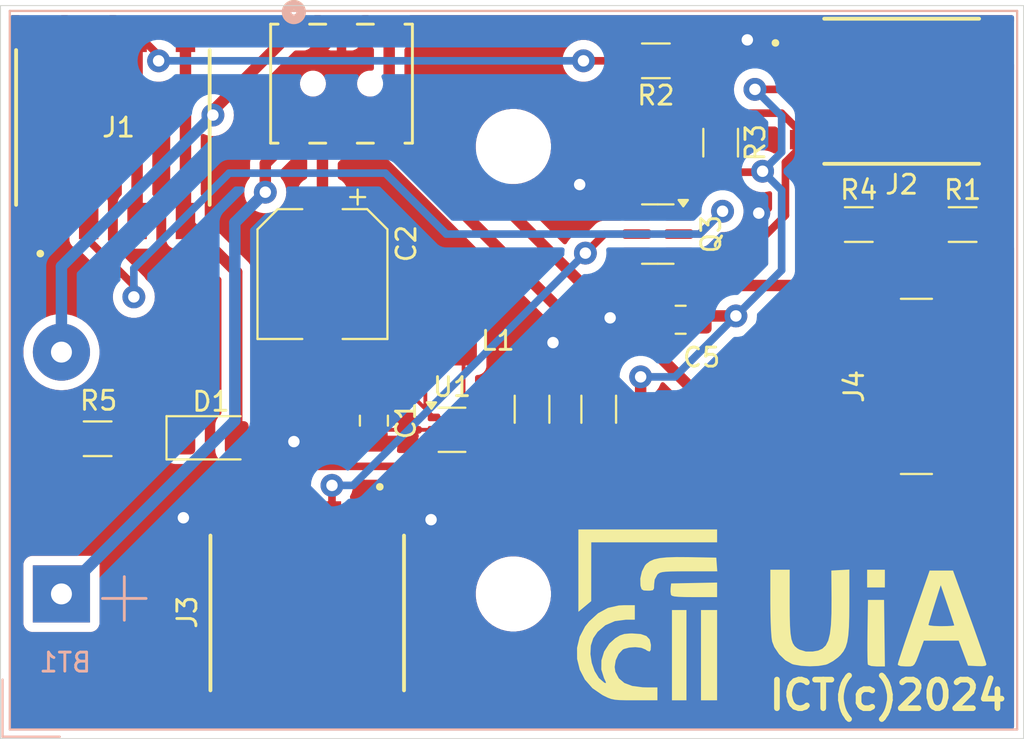
<source format=kicad_pcb>
(kicad_pcb (version 20240108) (generator "pcbnew") (generator_version "8.0")
  (layers (0 "F.Cu" signal) (31 "B.Cu" signal) (34 "B.Paste" user) (35 "F.Paste" user) (36 "B.SilkS" user "B.Silkscreen") (37 "F.SilkS" user "F.Silkscreen") (38 "B.Mask" user) (39 "F.Mask" user) (44 "Edge.Cuts" user))
  (net 0 "")
  (net 1 "Net-(BT1--)")
  (net 2 "Net-(BT1-+)")
  (net 3 "Net-(U1-VIN)")
  (net 4 "Net-(D1-A)")
  (net 5 "Net-(D1-K)")
  (net 6 "Net-(J4-CC1)")
  (net 7 "Net-(J1-02)")
  (net 8 "GNDREF")
  (net 9 "Net-(J4-SHIELD)")
  (net 10 "Net-(J1-03)")
  (net 11 "Net-(J2-03)")
  (net 12 "Net-(J3-02)")
  (net 13 "Net-(U1-SW)")
  (net 14 "Net-(J4-CC2)")
  (net 15 "Net-(J4-VBUS-PadA9)")
  (footprint "Resistor_SMD:R_1206_3216Metric_Pad1.30x1.75mm_HandSolder" (layer "F.Cu") (at 154.6 73 180)
    (property "Reference" "R2" (at 0 -1.82 180) (layer "F.SilkS"))
    (property "Value" "1k")
    (fp_line (start -0.727064 0.91) (end 0.727064 0.91) (stroke (width 0.12)) (layer "F.SilkS"))
    (fp_line (start -0.727064 -0.91) (end 0.727064 -0.91) (stroke (width 0.12)) (layer "F.SilkS"))
    (pad "1" smd roundrect (at -1.55 0 180) (size 1.3 1.75) (layers "F.Cu" "F.Paste" "F.Mask") (roundrect_rratio 0.192308) (net 4 "Net-(D1-A)"))
    (pad "2" smd roundrect (at 1.55 0 180) (size 1.3 1.75) (layers "F.Cu" "F.Paste" "F.Mask") (roundrect_rratio 0.192308) (net 10 "Net-(J1-03)"))
  )
  (footprint "Capacitor_SMD:C_1206_3216Metric_Pad1.33x1.80mm_HandSolder" (layer "F.Cu") (at 148.1 91.3 90)
    (property "Reference" "C3" (hide yes))
    (property "Value" "47µ")
    (fp_line (start -0.711252 -0.91) (end 0.711252 -0.91) (stroke (width 0.12)) (layer "F.SilkS"))
    (fp_line (start -0.711252 0.91) (end 0.711252 0.91) (stroke (width 0.12)) (layer "F.SilkS"))
    (pad "1" smd roundrect (at -1.5625 0 90) (size 1.325 1.8) (layers "F.Cu" "F.Paste" "F.Mask") (roundrect_rratio 0.188679) (net 4 "Net-(D1-A)"))
    (pad "2" smd roundrect (at 1.5625 0 90) (size 1.325 1.8) (layers "F.Cu" "F.Paste" "F.Mask") (roundrect_rratio 0.188679) (net 8 "GNDREF"))
  )
  (footprint "LED_SMD:LED_1206_3216Metric" (layer "F.Cu") (at 131.2 92.8)
    (property "Reference" "D1" (at 0.05 -1.9 0) (layer "F.SilkS"))
    (property "Value" "LED" (hide yes))
    (fp_line (start -2.285 -1.135) (end -2.285 1.135) (stroke (width 0.12)) (layer "F.SilkS"))
    (fp_line (start -2.285 1.135) (end 1.6 1.135) (stroke (width 0.12)) (layer "F.SilkS"))
    (fp_line (start 1.6 -1.135) (end -2.285 -1.135) (stroke (width 0.12)) (layer "F.SilkS"))
    (pad "1" smd roundrect (at -1.4 0) (size 1.25 1.75) (layers "F.Cu" "F.Paste" "F.Mask") (roundrect_rratio 0.2) (net 5 "Net-(D1-K)"))
    (pad "2" smd roundrect (at 1.4 0) (size 1.25 1.75) (layers "F.Cu" "F.Paste" "F.Mask") (roundrect_rratio 0.2) (net 4 "Net-(D1-A)"))
  )
  (footprint "Resistor_SMD:R_1206_3216Metric_Pad1.30x1.75mm_HandSolder" (layer "F.Cu") (at 165.25 81.6)
    (property "Reference" "R4" (at 0 -1.82 0) (layer "F.SilkS"))
    (property "Value" "5.1k")
    (fp_line (start -0.727064 -0.91) (end 0.727064 -0.91) (stroke (width 0.12)) (layer "F.SilkS"))
    (fp_line (start -0.727064 0.91) (end 0.727064 0.91) (stroke (width 0.12)) (layer "F.SilkS"))
    (pad "1" smd roundrect (at -1.55 0) (size 1.3 1.75) (layers "F.Cu" "F.Paste" "F.Mask") (roundrect_rratio 0.192308) (net 14 "Net-(J4-CC2)"))
    (pad "2" smd roundrect (at 1.55 0) (size 1.3 1.75) (layers "F.Cu" "F.Paste" "F.Mask") (roundrect_rratio 0.192308) (net 9 "Net-(J4-SHIELD)"))
  )
  (footprint "footprints:IND_ELLVFG_PAN" (layer "F.Cu") (at 143.5033 87.4)
    (property "Reference" "L1" (at 2.8 0.3 0) (layer "F.SilkS"))
    (property "Value" "10µ")
    (pad "1" smd rect (at -1.0033 0) (size 1.397 3.2004) (layers "F.Cu" "F.Paste" "F.Mask") (net 3 "Net-(U1-VIN)"))
    (pad "2" smd rect (at 1.0033 0) (size 1.397 3.2004) (layers "F.Cu" "F.Paste" "F.Mask") (net 13 "Net-(U1-SW)"))
    (zone (net 0) (net_name "") (layer "F.Cu") (connect_pads (clearance 0)) (min_thickness 0.254)
      (keepout (tracks not_allowed) (vias not_allowed) (pads allowed) (copperpour not_allowed) (footprints allowed))
      (fill (thermal_gap 0.508) (thermal_bridge_width 0.508))
      (polygon (pts (xy 143.2493 85.8506) (xy 143.7573 85.8506) (xy 143.7573 88.9494) (xy 143.2493 88.9494)))
    )
  )
  (footprint "uia_Logo:uiaLogo" (layer "F.Cu") (at 161.2 102.1)
    (property "Reference" "G***" (hide yes))
    (property "Value" "LOGO" (hide yes))
    (fp_poly (pts (xy -4.995333 4.487333) (xy -5.757333 4.487333) (xy -5.757333 -0.254) (xy -4.995333 -0.254)) (fill solid) (layer "F.SilkS"))
    (fp_poly (pts (xy -3.386666 4.487333) (xy -4.233333 4.487333) (xy -4.233333 -0.254) (xy -3.386666 -0.254)) (fill solid) (layer "F.SilkS"))
    (fp_poly (pts (xy 5.418667 -1.439333) (xy 4.487334 -1.439333) (xy 4.487334 -2.370667) (xy 5.418667 -2.370667)) (fill solid) (layer "F.SilkS"))
    (fp_poly (pts (xy -3.386666 -3.81) (xy -9.990666 -3.81) (xy -9.992193 -2.264833) (xy -9.993719 -0.719667) (xy -10.330859 -0.439719) (xy -10.668 -0.159772) (xy -10.668 -4.487333) (xy -3.386666 -4.487333)) (fill solid) (layer "F.SilkS"))
    (fp_poly (pts (xy -3.386666 -0.931333) (xy -4.574657 -0.931333) (xy -5.065749 -0.934681) (xy -5.411189 -0.94625) (xy -5.634555 -0.96833) (xy -5.759423 -1.003212) (xy -5.808638 -1.051181) (xy -5.833723 -1.221336) (xy -5.827147 -1.411015) (xy -5.799666 -1.651) (xy -4.593166 -1.674491) (xy -3.386666 -1.697983)) (fill solid) (layer "F.SilkS"))
    (fp_poly (pts (xy 4.953 -0.786305) (xy 5.376334 -0.786298) (xy 5.399218 0.961518) (xy 5.422102 2.709333) (xy 4.994394 2.709333) (xy 4.702308 2.687707) (xy 4.543315 2.626743) (xy 4.525116 2.601004) (xy 4.513345 2.485818) (xy 4.505255 2.2294) (xy 4.501146 1.859821) (xy 4.501312 1.405149) (xy 4.506053 0.893454) (xy 4.506607 0.853182) (xy 4.529667 -0.786312)) (fill solid) (layer "F.SilkS"))
    (fp_poly (pts (xy -4.890498 -3.032495) (xy -4.826 -3.031359) (xy -3.429 -3.005667) (xy -3.402965 -2.645833) (xy -3.37693 -2.286) (xy -4.863465 -2.286) (xy -5.402864 -2.284683) (xy -5.799029 -2.278953) (xy -6.078051 -2.266142) (xy -6.266018 -2.243582) (xy -6.389022 -2.208605) (xy -6.473153 -2.158543) (xy -6.519333 -2.116667) (xy -6.660837 -1.855426) (xy -6.688666 -1.608667) (xy -6.696882 -1.391892) (xy -6.753746 -1.295569) (xy -6.907587 -1.270814) (xy -7.023497 -1.27) (xy -7.242412 -1.282502) (xy -7.349691 -1.347881) (xy -7.402668 -1.507945) (xy -7.41139 -1.552852) (xy -7.419418 -1.911339) (xy -7.333887 -2.281594) (xy -7.175232 -2.591187) (xy -7.091785 -2.685632) (xy -6.915663 -2.817333) (xy -6.696015 -2.914476) (xy -6.408257 -2.980813) (xy -6.027808 -3.020094) (xy -5.530082 -3.036071)) (fill solid) (layer "F.SilkS"))
    (fp_poly (pts (xy 3.556 -0.654592) (xy 3.551373 0.061906) (xy 3.534354 0.632352) (xy 3.500238 1.079851) (xy 3.44432 1.427511) (xy 3.361893 1.698437) (xy 3.248252 1.915736) (xy 3.098693 2.102514) (xy 2.968842 2.228618) (xy 2.706837 2.425211) (xy 2.425727 2.577664) (xy 2.313159 2.61856) (xy 1.935648 2.68284) (xy 1.481633 2.701827) (xy 1.024464 2.676994) (xy 0.637487 2.609816) (xy 0.550334 2.58314) (xy 0.193997 2.383366) (xy -0.134061 2.068146) (xy -0.386916 1.690337) (xy -0.497795 1.402452) (xy -0.529292 1.189871) (xy -0.5559 0.838199) (xy -0.576239 0.37764) (xy -0.588927 -0.161602) (xy -0.592666 -0.672492) (xy -0.592666 -2.370667) (xy 0.423334 -2.370667) (xy 0.423334 -0.632281) (xy 0.426845 0.044022) (xy 0.440389 0.572607) (xy 0.468482 0.975001) (xy 0.51564 1.27273) (xy 0.58638 1.487319) (xy 0.685217 1.640295) (xy 0.816668 1.753183) (xy 0.938685 1.824135) (xy 1.270943 1.925843) (xy 1.630226 1.926129) (xy 1.914465 1.87581) (xy 2.141143 1.774297) (xy 2.316102 1.604959) (xy 2.445184 1.351168) (xy 2.534231 0.996295) (xy 2.589087 0.523709) (xy 2.615593 -0.083218) (xy 2.619591 -0.841115) (xy 2.619263 -0.889) (xy 2.608671 -2.328333) (xy 3.082335 -2.353725) (xy 3.556 -2.379117)) (fill solid) (layer "F.SilkS"))
    (fp_poly (pts (xy 9.871961 0.084667) (xy 10.091427 0.692183) (xy 10.290927 1.250828) (xy 10.46332 1.740094) (xy 10.601466 2.139473) (xy 10.698223 2.428458) (xy 10.74645 2.586542) (xy 10.750563 2.607725) (xy 10.699892 2.671883) (xy 10.52822 2.697577) (xy 10.268548 2.692392) (xy 9.784429 2.667) (xy 9.537849 2.010833) (xy 9.291269 1.354667) (xy 7.464672 1.354667) (xy 7.316949 1.756833) (xy 7.169835 2.157727) (xy 7.063236 2.427121) (xy 6.975491 2.591021) (xy 6.884943 2.675433) (xy 6.769931 2.706364) (xy 6.608796 2.709819) (xy 6.523654 2.709333) (xy 6.243242 2.692368) (xy 6.111546 2.638391) (xy 6.096 2.596278) (xy 6.122901 2.490437) (xy 6.19902 2.245553) (xy 6.317476 1.882356) (xy 6.471392 1.421573) (xy 6.653888 0.883935) (xy 6.775894 0.529167) (xy 7.706495 0.529167) (xy 7.783573 0.558648) (xy 7.990028 0.580851) (xy 8.285941 0.592025) (xy 8.382 0.592667) (xy 8.696568 0.587902) (xy 8.933439 0.57524) (xy 9.052542 0.55713) (xy 9.059334 0.551281) (xy 9.033379 0.460078) (xy 8.962421 0.240264) (xy 8.856817 -0.076743) (xy 8.726924 -0.459526) (xy 8.704954 -0.523681) (xy 8.350575 -1.557257) (xy 8.02945 -0.545795) (xy 7.907084 -0.156006) (xy 7.805891 0.174653) (xy 7.735803 0.413118) (xy 7.706755 0.526325) (xy 7.706495 0.529167) (xy 6.775894 0.529167) (xy 6.858087 0.290169) (xy 6.931841 0.077445) (xy 7.767683 -2.328333) (xy 8.995462 -2.328333)) (fill solid) (layer "F.SilkS"))
    (fp_poly (pts (xy -7.704666 0.254) (xy -8.173053 0.254) (xy -8.748101 0.328241) (xy -9.248543 0.543596) (xy -9.654925 0.889012) (xy -9.886755 1.227667) (xy -10.012296 1.612577) (xy -10.034803 2.057587) (xy -9.96532 2.518504) (xy -9.814891 2.951135) (xy -9.594561 3.311287) (xy -9.315373 3.554769) (xy -9.303577 3.561221) (xy -9.226036 3.589193) (xy -9.226538 3.530238) (xy -9.307507 3.355898) (xy -9.323796 3.32381) (xy -9.465365 2.870242) (xy -9.459773 2.392079) (xy -9.317478 1.926616) (xy -9.048938 1.511145) (xy -8.736742 1.230347) (xy -8.491747 1.080582) (xy -8.26165 1.003569) (xy -7.967841 0.976832) (xy -7.844355 0.975214) (xy -7.399292 1.006466) (xy -7.096664 1.109726) (xy -6.921465 1.294659) (xy -6.85869 1.570932) (xy -6.858 1.610618) (xy -6.872423 1.846327) (xy -6.931645 1.930993) (xy -7.059589 1.881619) (xy -7.149349 1.81764) (xy -7.370062 1.729875) (xy -7.679327 1.697087) (xy -8.005734 1.718704) (xy -8.277873 1.79415) (xy -8.338266 1.827201) (xy -8.557038 2.058383) (xy -8.706082 2.384067) (xy -8.762513 2.736026) (xy -8.727064 2.986282) (xy -8.545396 3.33041) (xy -8.252953 3.577536) (xy -7.837932 3.733448) (xy -7.288525 3.803938) (xy -7.0485 3.809528) (xy -6.519333 3.81) (xy -6.519333 4.487333) (xy -7.697269 4.487333) (xy -8.167529 4.486061) (xy -8.506826 4.47812) (xy -8.753532 4.457324) (xy -8.946018 4.417489) (xy -9.122654 4.352429) (xy -9.32181 4.255957) (xy -9.407922 4.211563) (xy -9.927377 3.855272) (xy -10.324893 3.402981) (xy -10.595718 2.880624) (xy -10.7351 2.314133) (xy -10.738285 1.729441) (xy -10.600522 1.152481) (xy -10.317057 0.609188) (xy -10.114951 0.353529) (xy -9.634795 -0.085383) (xy -9.118754 -0.365227) (xy -8.546497 -0.495551) (xy -8.280709 -0.508) (xy -7.704666 -0.508)) (fill solid) (layer "F.SilkS"))
  )
  (footprint "Resistor_SMD:R_1206_3216Metric_Pad1.30x1.75mm_HandSolder" (layer "F.Cu") (at 158 77.3 -90)
    (property "Reference" "R3" (at 0 -1.82 90) (layer "F.SilkS"))
    (property "Value" "1k")
    (fp_line (start -0.727064 0.91) (end 0.727064 0.91) (stroke (width 0.12)) (layer "F.SilkS"))
    (fp_line (start -0.727064 -0.91) (end 0.727064 -0.91) (stroke (width 0.12)) (layer "F.SilkS"))
    (pad "1" smd roundrect (at -1.55 0 270) (size 1.3 1.75) (layers "F.Cu" "F.Paste" "F.Mask") (roundrect_rratio 0.192308) (net 11 "Net-(J2-03)"))
    (pad "2" smd roundrect (at 1.55 0 270) (size 1.3 1.75) (layers "F.Cu" "F.Paste" "F.Mask") (roundrect_rratio 0.192308) (net 4 "Net-(D1-A)"))
  )
  (footprint "Resistor_SMD:R_1206_3216Metric_Pad1.30x1.75mm_HandSolder" (layer "F.Cu") (at 170.7 81.6)
    (property "Reference" "R1" (at 0 -1.82 0) (layer "F.SilkS"))
    (property "Value" "5.1k")
    (fp_line (start -0.727064 -0.91) (end 0.727064 -0.91) (stroke (width 0.12)) (layer "F.SilkS"))
    (fp_line (start -0.727064 0.91) (end 0.727064 0.91) (stroke (width 0.12)) (layer "F.SilkS"))
    (pad "1" smd roundrect (at -1.55 0) (size 1.3 1.75) (layers "F.Cu" "F.Paste" "F.Mask") (roundrect_rratio 0.192308) (net 6 "Net-(J4-CC1)"))
    (pad "2" smd roundrect (at 1.55 0) (size 1.3 1.75) (layers "F.Cu" "F.Paste" "F.Mask") (roundrect_rratio 0.192308) (net 9 "Net-(J4-SHIELD)"))
  )
  (footprint "Capacitor_SMD:CP_Elec_6.3x9.9" (layer "F.Cu") (at 137.1 84.2 -90)
    (property "Reference" "C2" (at -1.6 -4.4 90) (layer "F.SilkS"))
    (property "Value" "100µF")
    (fp_line (start -2.345563 3.41) (end 3.41 3.41) (stroke (width 0.12)) (layer "F.SilkS"))
    (fp_line (start 3.41 3.41) (end 3.41 1.06) (stroke (width 0.12)) (layer "F.SilkS"))
    (fp_line (start -3.41 2.345563) (end -2.345563 3.41) (stroke (width 0.12)) (layer "F.SilkS"))
    (fp_line (start -3.41 2.345563) (end -3.41 1.06) (stroke (width 0.12)) (layer "F.SilkS"))
    (fp_line (start -4.4375 -1.8475) (end -3.65 -1.8475) (stroke (width 0.12)) (layer "F.SilkS"))
    (fp_line (start -4.04375 -2.24125) (end -4.04375 -1.45375) (stroke (width 0.12)) (layer "F.SilkS"))
    (fp_line (start -3.41 -2.345563) (end -3.41 -1.06) (stroke (width 0.12)) (layer "F.SilkS"))
    (fp_line (start -3.41 -2.345563) (end -2.345563 -3.41) (stroke (width 0.12)) (layer "F.SilkS"))
    (fp_line (start -2.345563 -3.41) (end 3.41 -3.41) (stroke (width 0.12)) (layer "F.SilkS"))
    (fp_line (start 3.41 -3.41) (end 3.41 -1.06) (stroke (width 0.12)) (layer "F.SilkS"))
    (pad "1" smd roundrect (at -2.8 0 270) (size 3.5 1.6) (layers "F.Cu" "F.Paste" "F.Mask") (roundrect_rratio 0.15625) (net 3 "Net-(U1-VIN)"))
    (pad "2" smd roundrect (at 2.8 0 270) (size 3.5 1.6) (layers "F.Cu" "F.Paste" "F.Mask") (roundrect_rratio 0.15625) (net 8 "GNDREF"))
  )
  (footprint "Capacitor_SMD:C_0805_2012Metric_Pad1.18x1.45mm_HandSolder" (layer "F.Cu") (at 139.8 91.9 -90)
    (property "Reference" "C1" (at 0 -1.68 90) (layer "F.SilkS"))
    (property "Value" "100n")
    (fp_line (start -0.261252 0.735) (end 0.261252 0.735) (stroke (width 0.12)) (layer "F.SilkS"))
    (fp_line (start -0.261252 -0.735) (end 0.261252 -0.735) (stroke (width 0.12)) (layer "F.SilkS"))
    (pad "1" smd roundrect (at -1.0375 0 270) (size 1.175 1.45) (layers "F.Cu" "F.Paste" "F.Mask") (roundrect_rratio 0.212766) (net 3 "Net-(U1-VIN)"))
    (pad "2" smd roundrect (at 1.0375 0 270) (size 1.175 1.45) (layers "F.Cu" "F.Paste" "F.Mask") (roundrect_rratio 0.212766) (net 8 "GNDREF"))
  )
  (footprint "Capacitor_SMD:C_0805_2012Metric_Pad1.18x1.45mm_HandSolder" (layer "F.Cu") (at 155.9 86.6 180)
    (property "Reference" "C5" (at -1.1 -1.98 180) (layer "F.SilkS"))
    (property "Value" "100n")
    (fp_line (start -0.261252 0.735) (end 0.261252 0.735) (stroke (width 0.12)) (layer "F.SilkS"))
    (fp_line (start -0.261252 -0.735) (end 0.261252 -0.735) (stroke (width 0.12)) (layer "F.SilkS"))
    (pad "1" smd roundrect (at -1.0375 0 180) (size 1.175 1.45) (layers "F.Cu" "F.Paste" "F.Mask") (roundrect_rratio 0.212766) (net 4 "Net-(D1-A)"))
    (pad "2" smd roundrect (at 1.0375 0 180) (size 1.175 1.45) (layers "F.Cu" "F.Paste" "F.Mask") (roundrect_rratio 0.212766) (net 8 "GNDREF"))
  )
  (footprint "SSM_103_L_SH_TR:SAMTEC_SSM-103-L-SH-TR" (layer "F.Cu") (at 167.5 74.6 -90)
    (property "Reference" "J2" (at 4.9 0 180) (layer "F.SilkS"))
    (property "Value" "SSM-103-L-SH-TR" (hide yes))
    (fp_line (start -3.81 4.065) (end -3.81 -4.065) (stroke (width 0.2)) (layer "F.SilkS"))
    (fp_line (start 3.81 4.065) (end 3.81 -4.065) (stroke (width 0.2)) (layer "F.SilkS"))
    (fp_circle (center -2.54 6.625) (end -2.44 6.625) (stroke (width 0.2)) (fill none) (layer "F.SilkS"))
    (pad "01_1" smd rect (at -2.54 4.9125 270) (size 1.02 1.905) (layers "F.Cu" "F.Paste" "F.Mask") (net 8 "GNDREF"))
    (pad "01_2" smd rect (at -2.54 -4.9125 270) (size 1.02 1.905) (layers "F.Cu" "F.Paste" "F.Mask") (net 8 "GNDREF"))
    (pad "02_1" smd rect (at 0 4.9125 270) (size 1.02 1.905) (layers "F.Cu" "F.Paste" "F.Mask") (net 4 "Net-(D1-A)"))
    (pad "02_2" smd rect (at 0 -4.9125 270) (size 1.02 1.905) (layers "F.Cu" "F.Paste" "F.Mask") (net 4 "Net-(D1-A)"))
    (pad "03_1" smd rect (at 2.54 4.9125 270) (size 1.02 1.905) (layers "F.Cu" "F.Paste" "F.Mask") (net 11 "Net-(J2-03)"))
    (pad "03_2" smd rect (at 2.54 -4.9125 270) (size 1.02 1.905) (layers "F.Cu" "F.Paste" "F.Mask") (net 11 "Net-(J2-03)"))
  )
  (footprint "AYZ0202AGRLC:AYZ0202AGRLC_CNK" (layer "F.Cu") (at 138.1 74.2 90)
    (property "Reference" "SW2" (hide yes))
    (property "Value" "AYZ0202AGRLC")
    (fp_circle (center 3.7592 -2.5019) (end 4.1402 -2.5019) (stroke (width 0.508)) (fill none) (layer "B.SilkS"))
    (fp_line (start 3.1242 -3.7211) (end -3.1242 -3.7211) (stroke (width 0.1524)) (layer "F.SilkS"))
    (fp_line (start -3.1242 -3.7211) (end -3.1242 -3.32994) (stroke (width 0.1524)) (layer "F.SilkS"))
    (fp_line (start 3.1242 -3.32994) (end 3.1242 -3.7211) (stroke (width 0.1524)) (layer "F.SilkS"))
    (fp_line (start -3.1242 -1.67386) (end -3.1242 -0.82804) (stroke (width 0.1524)) (layer "F.SilkS"))
    (fp_line (start 3.1242 -0.82804) (end 3.1242 -1.67386) (stroke (width 0.1524)) (layer "F.SilkS"))
    (fp_line (start -3.1242 0.82804) (end -3.1242 1.67386) (stroke (width 0.1524)) (layer "F.SilkS"))
    (fp_line (start 3.1242 1.67386) (end 3.1242 0.82804) (stroke (width 0.1524)) (layer "F.SilkS"))
    (fp_line (start -3.1242 3.32994) (end -3.1242 3.7211) (stroke (width 0.1524)) (layer "F.SilkS"))
    (fp_line (start 3.1242 3.7211) (end 3.1242 3.32994) (stroke (width 0.1524)) (layer "F.SilkS"))
    (fp_line (start -3.1242 3.7211) (end 3.1242 3.7211) (stroke (width 0.1524)) (layer "F.SilkS"))
    (fp_arc (start 3.92049 -2.847076) (mid 4.080613 -2.706484) (end 4.1402 -2.5019) (stroke (width 0.508)) (layer "F.SilkS"))
    (fp_arc (start 4.1402 -2.5019) (mid 4.080613 -2.297316) (end 3.92049 -2.156724) (stroke (width 0.508)) (layer "F.SilkS"))
    (pad "" np_thru_hole circle (at 0 -1.4986 90) (size 0.8636 0.8636) (drill 0.8636) (layers "F&B.Cu" "*.Mask"))
    (pad "" np_thru_hole circle (at 0 1.4986 90) (size 0.8636 0.8636) (drill 0.8636) (layers "F&B.Cu" "*.Mask"))
    (pad "1" smd rect (at 2.82575 -2.5019 90) (size 1.1684 0.9906) (layers "F.Cu" "F.Paste" "F.Mask") (net 1 "Net-(BT1--)"))
    (pad "2" smd rect (at 2.82575 0 90) (size 1.1684 0.9906) (layers "F.Cu" "F.Paste" "F.Mask") (net 8 "GNDREF"))
    (pad "3" smd rect (at 2.82575 2.5019 90) (size 1.1684 0.9906) (layers "F.Cu" "F.Paste" "F.Mask") (net 9 "Net-(J4-SHIELD)"))
    (pad "4" smd rect (at -2.82575 -2.5019 90) (size 1.1684 0.9906) (layers "F.Cu" "F.Paste" "F.Mask") (net 2 "Net-(BT1-+)"))
    (pad "5" smd rect (at -2.82575 0 90) (size 1.1684 0.9906) (layers "F.Cu" "F.Paste" "F.Mask") (net 3 "Net-(U1-VIN)"))
    (pad "6" smd rect (at -2.82575 2.5019 90) (size 1.1684 0.9906) (layers "F.Cu" "F.Paste" "F.Mask") (net 15 "Net-(J4-VBUS-PadA9)"))
  )
  (footprint "Package_TO_SOT_SMD:SOT-363_SC-70-6" (layer "F.Cu") (at 143.9 92.38)
    (property "Reference" "U1" (at 0 -2.25 0) (layer "F.SilkS"))
    (property "Value" "LTC3525-5")
    (fp_line (start -0.71 -1.16) (end 0.7 -1.16) (stroke (width 0.12)) (layer "F.SilkS"))
    (fp_line (start -0.7 1.16) (end 0.7 1.16) (stroke (width 0.12)) (layer "F.SilkS"))
    (fp_poly (pts (xy -1.08 -1.11) (xy -1.32 -1.44) (xy -0.84 -1.44) (xy -1.08 -1.11)) (stroke (width 0.12)) (fill solid) (layer "F.SilkS"))
    (pad "1" smd roundrect (at -0.95 -0.65) (size 0.65 0.4) (layers "F.Cu" "F.Paste" "F.Mask") (net 3 "Net-(U1-VIN)"))
    (pad "2" smd roundrect (at -0.95 0) (size 0.65 0.4) (layers "F.Cu" "F.Paste" "F.Mask") (net 8 "GNDREF"))
    (pad "3" smd roundrect (at -0.95 0.65) (size 0.65 0.4) (layers "F.Cu" "F.Paste" "F.Mask") (net 3 "Net-(U1-VIN)"))
    (pad "4" smd roundrect (at 0.95 0.65) (size 0.65 0.4) (layers "F.Cu" "F.Paste" "F.Mask") (net 4 "Net-(D1-A)"))
    (pad "5" smd roundrect (at 0.95 0) (size 0.65 0.4) (layers "F.Cu" "F.Paste" "F.Mask") (net 8 "GNDREF"))
    (pad "6" smd roundrect (at 0.95 -0.65) (size 0.65 0.4) (layers "F.Cu" "F.Paste" "F.Mask") (net 13 "Net-(U1-SW)"))
  )
  (footprint "Connector_USB:USB_C_Receptacle_GCT_USB4135-GF-A_6P_TopMnt_Horizontal" (layer "F.Cu") (at 169.5 90.1 90)
    (property "Reference" "J4" (at 0 -4.5 90) (layer "F.SilkS"))
    (property "Value" "USB_C_Receptacle_PowerOnly_6P" (hide yes))
    (fp_line (start 4.6 -2.04) (end 4.6 -0.41) (stroke (width 0.12)) (layer "F.SilkS"))
    (fp_line (start -4.6 -2.04) (end -4.6 -0.41) (stroke (width 0.12)) (layer "F.SilkS"))
    (pad "A5" smd roundrect (at -0.5 -3.0325 90) (size 0.7 1.2) (layers "F.Cu" "F.Paste" "F.Mask") (net 6 "Net-(J4-CC1)"))
    (pad "A9" smd roundrect (at 1.52 -3.0325 270) (size 0.76 1.2) (layers "F.Cu" "F.Paste" "F.Mask") (net 15 "Net-(J4-VBUS-PadA9)"))
    (pad "A12" smd roundrect (at 2.75 -3.0325 270) (size 0.8 1.2) (layers "F.Cu" "F.Paste" "F.Mask") (net 9 "Net-(J4-SHIELD)"))
    (pad "B5" smd roundrect (at 0.5 -3.0325 270) (size 0.7 1.2) (layers "F.Cu" "F.Paste" "F.Mask") (net 14 "Net-(J4-CC2)"))
    (pad "B9" smd roundrect (at -1.52 -3.0325 90) (size 0.76 1.2) (layers "F.Cu" "F.Paste" "F.Mask") (net 15 "Net-(J4-VBUS-PadA9)"))
    (pad "B12" smd roundrect (at -2.75 -3.0325 90) (size 0.8 1.2) (layers "F.Cu" "F.Paste" "F.Mask") (net 9 "Net-(J4-SHIELD)"))
    (pad "S1" smd roundrect (at -5.125 -2.9775 90) (size 1.8 1.35) (layers "F.Cu" "F.Paste" "F.Mask") (roundrect_rratio 0.1851851852) (net 9 "Net-(J4-SHIELD)"))
    (pad "S1" smd roundrect (at -5.125 0.6025 90) (size 1.8 1.5) (layers "F.Cu" "F.Paste" "F.Mask") (roundrect_rratio 0.1666666667) (net 9 "Net-(J4-SHIELD)"))
    (pad "S1" smd roundrect (at 5.125 -2.9775 90) (size 1.8 1.35) (layers "F.Cu" "F.Paste" "F.Mask") (roundrect_rratio 0.1851851852) (net 9 "Net-(J4-SHIELD)"))
    (pad "S1" smd roundrect (at 5.125 0.6025 90) (size 1.8 1.5) (layers "F.Cu" "F.Paste" "F.Mask") (roundrect_rratio 0.1666666667) (net 9 "Net-(J4-SHIELD)"))
  )
  (footprint "SSM_104_F_SH_TR:SAMTEC_SSM-104-F-SH-TR" (layer "F.Cu") (at 136.3 102 180)
    (property "Reference" "J3" (at 6.3 0.0425 -90) (layer "F.SilkS"))
    (property "Value" "SSM-104-F-SH-TR" (hide yes))
    (fp_line (start 5.08 4.065) (end 5.08 -4.065) (stroke (width 0.2)) (layer "F.SilkS"))
    (fp_line (start -5.08 4.065) (end -5.08 -4.065) (stroke (width 0.2)) (layer "F.SilkS"))
    (fp_circle (center -3.81 6.625) (end -3.71 6.625) (stroke (width 0.2)) (fill none) (layer "F.SilkS"))
    (pad "01_1" smd rect (at -3.81 4.9125 180) (size 1.02 1.905) (layers "F.Cu" "F.Paste" "F.Mask") (net 8 "GNDREF"))
    (pad "01_2" smd rect (at -3.81 -4.9125 180) (size 1.02 1.905) (layers "F.Cu" "F.Paste" "F.Mask") (net 8 "GNDREF"))
    (pad "02_1" smd rect (at -1.27 4.9125 180) (size 1.02 1.905) (layers "F.Cu" "F.Paste" "F.Mask") (net 12 "Net-(J3-02)"))
    (pad "02_2" smd rect (at -1.27 -4.9125 180) (size 1.02 1.905) (layers "F.Cu" "F.Paste" "F.Mask") (net 12 "Net-(J3-02)"))
    (pad "03_1" smd rect (at 1.27 4.9125 180) (size 1.02 1.905) (layers "F.Cu" "F.Paste" "F.Mask") (net 12 "Net-(J3-02)"))
    (pad "03_2" smd rect (at 1.27 -4.9125 180) (size 1.02 1.905) (layers "F.Cu" "F.Paste" "F.Mask") (net 12 "Net-(J3-02)"))
    (pad "04_1" smd rect (at 3.81 4.9125 180) (size 1.02 1.905) (layers "F.Cu" "F.Paste" "F.Mask") (net 4 "Net-(D1-A)"))
    (pad "04_2" smd rect (at 3.81 -4.9125 180) (size 1.02 1.905) (layers "F.Cu" "F.Paste" "F.Mask") (net 4 "Net-(D1-A)"))
  )
  (footprint "SSM_104_F_SH_TR:SAMTEC_SSM-104-F-SH-TR" (layer "F.Cu") (at 126.1 76.5)
    (property "Reference" "J1" (at 0.3 0 0) (layer "F.SilkS"))
    (property "Value" "SSM-104-F-SH-TR" (hide yes))
    (fp_line (start -5.08 4.065) (end -5.08 -4.065) (stroke (width 0.2)) (layer "F.SilkS"))
    (fp_line (start 5.08 4.065) (end 5.08 -4.065) (stroke (width 0.2)) (layer "F.SilkS"))
    (fp_circle (center -3.81 6.625) (end -3.71 6.625) (stroke (width 0.2)) (fill none) (layer "F.SilkS"))
    (pad "01_1" smd rect (at -3.81 4.9125) (size 1.02 1.905) (layers "F.Cu" "F.Paste" "F.Mask") (net 8 "GNDREF"))
    (pad "01_2" smd rect (at -3.81 -4.9125) (size 1.02 1.905) (layers "F.Cu" "F.Paste" "F.Mask") (net 8 "GNDREF"))
    (pad "02_1" smd rect (at -1.27 4.9125) (size 1.02 1.905) (layers "F.Cu" "F.Paste" "F.Mask") (net 7 "Net-(J1-02)"))
    (pad "02_2" smd rect (at -1.27 -4.9125) (size 1.02 1.905) (layers "F.Cu" "F.Paste" "F.Mask") (net 7 "Net-(J1-02)"))
    (pad "03_1" smd rect (at 1.27 4.9125) (size 1.02 1.905) (layers "F.Cu" "F.Paste" "F.Mask") (net 10 "Net-(J1-03)"))
    (pad "03_2" smd rect (at 1.27 -4.9125) (size 1.02 1.905) (layers "F.Cu" "F.Paste" "F.Mask") (net 10 "Net-(J1-03)"))
    (pad "04_1" smd rect (at 3.81 4.9125) (size 1.02 1.905) (layers "F.Cu" "F.Paste" "F.Mask") (net 4 "Net-(D1-A)"))
    (pad "04_2" smd rect (at 3.81 -4.9125) (size 1.02 1.905) (layers "F.Cu" "F.Paste" "F.Mask") (net 4 "Net-(D1-A)"))
  )
  (footprint "Capacitor_SMD:C_1206_3216Metric_Pad1.33x1.80mm_HandSolder" (layer "F.Cu") (at 151.6 91.3 90)
    (property "Reference" "C4" (hide yes))
    (property "Value" "47µ")
    (fp_line (start -0.711252 -0.91) (end 0.711252 -0.91) (stroke (width 0.12)) (layer "F.SilkS"))
    (fp_line (start -0.711252 0.91) (end 0.711252 0.91) (stroke (width 0.12)) (layer "F.SilkS"))
    (pad "1" smd roundrect (at -1.5625 0 90) (size 1.325 1.8) (layers "F.Cu" "F.Paste" "F.Mask") (roundrect_rratio 0.188679) (net 4 "Net-(D1-A)"))
    (pad "2" smd roundrect (at 1.5625 0 90) (size 1.325 1.8) (layers "F.Cu" "F.Paste" "F.Mask") (roundrect_rratio 0.188679) (net 8 "GNDREF"))
  )
  (footprint "Package_TO_SOT_SMD:ROHM_SOT-457_ClockwisePinNumbering" (layer "F.Cu") (at 154.7 82.1 -90)
    (property "Reference" "Q3" (at 0 -2.8 90) (layer "F.SilkS"))
    (property "Value" "IMH3A")
    (fp_line (start -1.56 0.825) (end -1.56 0) (stroke (width 0.12)) (layer "F.SilkS"))
    (fp_line (start 1.56 0.825) (end 1.56 0) (stroke (width 0.12)) (layer "F.SilkS"))
    (fp_line (start -1.56 -0.825) (end -1.56 0) (stroke (width 0.12)) (layer "F.SilkS"))
    (fp_line (start 1.56 -0.825) (end 1.56 0) (stroke (width 0.12)) (layer "F.SilkS"))
    (fp_poly (pts (xy -1.46 -1.3375) (xy -1.79 -1.5775) (xy -1.79 -1.0975) (xy -1.46 -1.3375)) (stroke (width 0.12)) (fill solid) (layer "F.SilkS"))
    (pad "1" smd roundrect (at -0.95 -1.1 270) (size 0.5 1.5) (layers "F.Cu" "F.Paste" "F.Mask") (net 10 "Net-(J1-03)"))
    (pad "2" smd roundrect (at 0 -1.1 270) (size 0.5 1.5) (layers "F.Cu" "F.Paste" "F.Mask") (net 7 "Net-(J1-02)"))
    (pad "3" smd roundrect (at 0.95 -1.1 270) (size 0.5 1.5) (layers "F.Cu" "F.Paste" "F.Mask") (net 8 "GNDREF"))
    (pad "4" smd roundrect (at 0.95 1.1 270) (size 0.5 1.5) (layers "F.Cu" "F.Paste" "F.Mask") (net 11 "Net-(J2-03)"))
    (pad "5" smd roundrect (at 0 1.1 270) (size 0.5 1.5) (layers "F.Cu" "F.Paste" "F.Mask") (net 12 "Net-(J3-02)"))
    (pad "6" smd roundrect (at -0.95 1.1 270) (size 0.5 1.5) (layers "F.Cu" "F.Paste" "F.Mask") (net 8 "GNDREF"))
  )
  (footprint "Resistor_SMD:R_1206_3216Metric_Pad1.30x1.75mm_HandSolder" (layer "F.Cu") (at 125.3 92.85)
    (property "Reference" "R5" (at 0.05 -2 0) (layer "F.SilkS"))
    (property "Value" "2k" (hide yes))
    (fp_line (start -0.727064 -0.91) (end 0.727064 -0.91) (stroke (width 0.12)) (layer "F.SilkS"))
    (fp_line (start -0.727064 0.91) (end 0.727064 0.91) (stroke (width 0.12)) (layer "F.SilkS"))
    (pad "1" smd roundrect (at -1.55 0) (size 1.3 1.75) (layers "F.Cu" "F.Paste" "F.Mask") (roundrect_rratio 0.192308) (net 8 "GNDREF"))
    (pad "2" smd roundrect (at 1.55 0) (size 1.3 1.75) (layers "F.Cu" "F.Paste" "F.Mask") (roundrect_rratio 0.192308) (net 5 "Net-(D1-K)"))
  )
  (footprint "Battery:BatteryHolder_Keystone_2479_3xAAA" (layer "B.Cu") (at 123.4 101)
    (property "Reference" "BT1" (at 0.2 3.6 0) (layer "B.SilkS") (effects (justify mirror)))
    (property "Value" "Battery")
    (fp_line (start -3.09 7.5) (end -3.09 4.5) (stroke (width 0.12)) (layer "B.SilkS"))
    (fp_line (start -2.71 -30.62) (end -2.71 7.12) (stroke (width 0.12)) (layer "B.SilkS"))
    (fp_line (start -0.09 7.5) (end -3.09 7.5) (stroke (width 0.12)) (layer "B.SilkS"))
    (fp_line (start 50.16 -30.62) (end -2.71 -30.62) (stroke (width 0.12)) (layer "B.SilkS"))
    (fp_line (start 50.16 -30.62) (end 50.16 7.12) (stroke (width 0.12)) (layer "B.SilkS"))
    (fp_line (start 50.16 7.12) (end -2.71 7.12) (stroke (width 0.12)) (layer "B.SilkS"))
    (fp_text user "+" (at 3.3 0 0) (layer "B.SilkS") (effects (font (size 3 3)) (justify mirror)))
    (pad "" np_thru_hole circle (at 23.72 -23.5) (size 3.45 3.45) (drill 3.45) (layers "*.Cu" "*.Mask"))
    (pad "" np_thru_hole circle (at 23.72 0) (size 3.45 3.45) (drill 3.45) (layers "*.Cu" "*.Mask"))
    (pad "1" thru_hole rect (at 0 0) (size 3 3) (drill 1.1) (layers "*.Cu" "*.Mask") (net 2 "Net-(BT1-+)"))
    (pad "2" thru_hole circle (at 0 -12.7) (size 3 3) (drill 1.1) (layers "*.Cu" "*.Mask") (net 1 "Net-(BT1--)"))
  )
  (gr_rect (start 120.2 70.1) (end 173.9 108.6) (stroke (width 0.05)) (fill none) (layer "Edge.Cuts"))
  (gr_text "ICT(c)2024" (at 160.4 107.2 0) (layer "F.SilkS") (effects (font (size 1.5 1.5) (thickness 0.3) (bold yes)) (justify left bottom)))
  (segment (start 131.35 75.62235) (end 135.5981 71.37425) (width 0.6) (layer "F.Cu") (net 1))
  (segment (start 131.35 75.85) (end 131.35 75.62235) (width 0.6) (layer "F.Cu") (net 1))
  (via (at 131.35 75.85) (size 1.2) (drill 0.6) (layers "F.Cu" "B.Cu") (net 1))
  (segment (start 123.4 83.8) (end 123.4 88.3) (width 0.6) (layer "B.Cu") (net 1))
  (segment (start 131.35 75.85) (end 123.4 83.8) (width 0.6) (layer "B.Cu") (net 1))
  (segment (start 134.1 78.4) (end 135.47425 77.02575) (width 0.6) (layer "F.Cu") (net 2))
  (segment (start 135.47425 77.02575) (end 135.5981 77.02575) (width 0.6) (layer "F.Cu") (net 2))
  (segment (start 134.1 79.9) (end 134.1 78.4) (width 0.6) (layer "F.Cu") (net 2))
  (via (at 134.1 79.9) (size 1.2) (drill 0.6) (layers "F.Cu" "B.Cu") (net 2))
  (segment (start 132.5 81.5) (end 132.5 91.9) (width 0.6) (layer "B.Cu") (net 2))
  (segment (start 134.1 79.9) (end 132.5 81.5) (width 0.6) (layer "B.Cu") (net 2))
  (segment (start 132.5 91.9) (end 123.4 101) (width 0.6) (layer "B.Cu") (net 2))
  (segment (start 137.1 81.4) (end 137.1 78.02575) (width 0.6) (layer "F.Cu") (net 3))
  (segment (start 143.8 92.504999) (end 143.8 92.3) (width 0.2) (layer "F.Cu") (net 3))
  (segment (start 143.274999 93.03) (end 143.8 92.504999) (width 0.2) (layer "F.Cu") (net 3))
  (segment (start 142.95 93.03) (end 143.274999 93.03) (width 0.2) (layer "F.Cu") (net 3))
  (segment (start 139.8 90.8625) (end 142.0825 90.8625) (width 0.2) (layer "F.Cu") (net 3))
  (segment (start 142.95 91.73) (end 142.5 91.28) (width 0.2) (layer "F.Cu") (net 3))
  (segment (start 143.8 92.3) (end 143.23 91.73) (width 0.2) (layer "F.Cu") (net 3))
  (segment (start 142.5 86.8) (end 142.5 87.4) (width 0.4) (layer "F.Cu") (net 3))
  (segment (start 137.1 78.02575) (end 138.1 77.02575) (width 0.6) (layer "F.Cu") (net 3))
  (segment (start 137.1 81.4) (end 142.5 86.8) (width 0.6) (layer "F.Cu") (net 3))
  (segment (start 142.5 91.28) (end 142.5 87.4) (width 0.2) (layer "F.Cu") (net 3))
  (segment (start 142.0825 90.8625) (end 142.95 91.73) (width 0.2) (layer "F.Cu") (net 3))
  (segment (start 143.23 91.73) (end 142.95 91.73) (width 0.2) (layer "F.Cu") (net 3))
  (segment (start 157.1375 86.4) (end 156.9375 86.6) (width 0.6) (layer "F.Cu") (net 4))
  (segment (start 132.6 84.1025) (end 129.91 81.4125) (width 0.6) (layer "F.Cu") (net 4))
  (segment (start 132.49 97.0875) (end 132.49 92.91) (width 0.6) (layer "F.Cu") (net 4))
  (segment (start 132.49 92.91) (end 132.6 92.8) (width 0.2) (layer "F.Cu") (net 4))
  (segment (start 132.6 92.8) (end 132.6 84.1025) (width 0.6) (layer "F.Cu") (net 4))
  (segment (start 148.1 92.8625) (end 151.6 92.8625) (width 0.6) (layer "F.Cu") (net 4))
  (segment (start 162.4875 74.5) (end 162.5875 74.6) (width 0.4) (layer "F.Cu") (net 4))
  (segment (start 134.1 94.3) (end 132.6 92.8) (width 0.4) (layer "F.Cu") (net 4))
  (segment (start 151.6 92.8625) (end 153.8 90.6625) (width 0.6) (layer "F.Cu") (net 4))
  (segment (start 172.4125 74.6) (end 162.5875 74.6) (width 0.6) (layer "F.Cu") (net 4))
  (segment (start 147.9325 93.03) (end 148.1 92.8625) (width 0.2) (layer "F.Cu") (net 4))
  (segment (start 159.8 74.5) (end 162.4875 74.5) (width 0.4) (layer "F.Cu") (net 4))
  (segment (start 158.8 86.4) (end 157.1375 86.4) (width 0.6) (layer "F.Cu") (net 4))
  (segment (start 143.58 94.3) (end 134.1 94.3) (width 0.4) (layer "F.Cu") (net 4))
  (segment (start 160.2 78.8) (end 160.15 78.85) (width 0.4) (layer "F.Cu") (net 4))
  (segment (start 129.91 71.5875) (end 129.91 81.4125) (width 0.6) (layer "F.Cu") (net 4))
  (segment (start 132.49 97.0875) (end 132.49 106.9125) (width 0.6) (layer "F.Cu") (net 4))
  (segment (start 162.5875 74.6) (end 162.3 74.6) (width 0.6) (layer "F.Cu") (net 4))
  (segment (start 144.85 93.03) (end 143.58 94.3) (width 0.2) (layer "F.Cu") (net 4))
  (segment (start 153.8 90.6625) (end 153.8 89.6) (width 0.6) (layer "F.Cu") (net 4))
  (segment (start 160.7 73) (end 156.15 73) (width 0.6) (layer "F.Cu") (net 4))
  (segment (start 160.15 78.85) (end 158 78.85) (width 0.4) (layer "F.Cu") (net 4))
  (segment (start 144.85 93.03) (end 147.9325 93.03) (width 0.2) (layer "F.Cu") (net 4))
  (segment (start 162.3 74.6) (end 160.7 73) (width 0.6) (layer "F.Cu") (net 4))
  (via (at 159.8 74.5) (size 1.2) (drill 0.6) (layers "F.Cu" "B.Cu") (net 4))
  (via (at 153.8 89.6) (size 1.2) (drill 0.6) (layers "F.Cu" "B.Cu") (net 4))
  (via (at 160.2 78.8) (size 1.2) (drill 0.6) (layers "F.Cu" "B.Cu") (net 4))
  (via (at 158.8 86.4) (size 1.2) (drill 0.6) (layers "F.Cu" "B.Cu") (net 4))
  (segment (start 160.2 78.8) (end 161.2 77.8) (width 0.4) (layer "B.Cu") (net 4))
  (segment (start 155.6 89.6) (end 158.8 86.4) (width 0.4) (layer "B.Cu") (net 4))
  (segment (start 161.2 84) (end 158.8 86.4) (width 0.4) (layer "B.Cu") (net 4))
  (segment (start 153.8 89.6) (end 155.6 89.6) (width 0.4) (layer "B.Cu") (net 4))
  (segment (start 161.2 77.8) (end 161.2 75.9) (width 0.4) (layer "B.Cu") (net 4))
  (segment (start 160.2 78.8) (end 161.2 79.8) (width 0.4) (layer "B.Cu") (net 4))
  (segment (start 161.2 79.8) (end 161.2 84) (width 0.4) (layer "B.Cu") (net 4))
  (segment (start 161.2 75.9) (end 159.8 74.5) (width 0.4) (layer "B.Cu") (net 4))
  (segment (start 126.85 92.85) (end 129.75 92.85) (width 0.6) (layer "F.Cu") (net 5))
  (segment (start 129.75 92.85) (end 129.8 92.8) (width 0.6) (layer "F.Cu") (net 5))
  (segment (start 168.9525 89.2475) (end 167.6 90.6) (width 0.4) (layer "F.Cu") (net 6))
  (segment (start 167.6 90.6) (end 166.4675 90.6) (width 0.4) (layer "F.Cu") (net 6))
  (segment (start 168.9525 81.7975) (end 168.9525 89.2475) (width 0.4) (layer "F.Cu") (net 6))
  (segment (start 169.15 81.6) (end 168.9525 81.7975) (width 0.4) (layer "F.Cu") (net 6))
  (segment (start 127.2 84.8) (end 124.83 82.43) (width 0.4) (layer "F.Cu") (net 7))
  (segment (start 124.83 82.43) (end 124.83 81.4125) (width 0.4) (layer "F.Cu") (net 7))
  (segment (start 156.9 82.1) (end 155.8 82.1) (width 0.4) (layer "F.Cu") (net 7))
  (segment (start 124.83 71.5875) (end 124.83 81.4125) (width 0.6) (layer "F.Cu") (net 7))
  (segment (start 158.1 80.9) (end 156.9 82.1) (width 0.4) (layer "F.Cu") (net 7))
  (segment (start 127.2 85.4) (end 127.2 84.8) (width 0.4) (layer "F.Cu") (net 7))
  (via (at 127.2 85.4) (size 1.2) (drill 0.6) (layers "F.Cu" "B.Cu") (net 7))
  (via (at 158.1 80.9) (size 1.2) (drill 0.6) (layers "F.Cu" "B.Cu") (net 7))
  (segment (start 132.2 78.9) (end 127.2 83.9) (width 0.4) (layer "B.Cu") (net 7))
  (segment (start 156.9 82.1) (end 143.6 82.1) (width 0.4) (layer "B.Cu") (net 7))
  (segment (start 127.2 83.9) (end 127.2 85.4) (width 0.4) (layer "B.Cu") (net 7))
  (segment (start 158.1 80.9) (end 156.9 82.1) (width 0.4) (layer "B.Cu") (net 7))
  (segment (start 140.4 78.9) (end 132.2 78.9) (width 0.4) (layer "B.Cu") (net 7))
  (segment (start 143.6 82.1) (end 140.4 78.9) (width 0.4) (layer "B.Cu") (net 7))
  (segment (start 138.8375 92.9375) (end 139.8 92.9375) (width 0.6) (layer "F.Cu") (net 8))
  (segment (start 152.2 86.5) (end 154.7625 86.5) (width 0.6) (layer "F.Cu") (net 8))
  (segment (start 148.1 89.7375) (end 151.6 89.7375) (width 0.6) (layer "F.Cu") (net 8))
  (segment (start 121.1 82.6025) (end 122.29 81.4125) (width 0.6) (layer "F.Cu") (net 8))
  (segment (start 122.29 71.5875) (end 122.29 81.4125) (width 0.6) (layer "F.Cu") (net 8))
  (segment (start 152.45 81.15) (end 153.6 81.15) (width 0.4) (layer "F.Cu") (net 8))
  (segment (start 152.4 81.1) (end 152.45 81.15) (width 0.4) (layer "F.Cu") (net 8))
  (segment (start 135.6 93) (end 139.7375 93) (width 0.6) (layer "F.Cu") (net 8))
  (segment (start 132.45 82.35) (end 132.45 76.95) (width 0.6) (layer "F.Cu") (net 8))
  (segment (start 157.95 83.05) (end 160 81) (width 0.4) (layer "F.Cu") (net 8))
  (segment (start 137.1 91.2) (end 138.8375 92.9375) (width 0.6) (layer "F.Cu") (net 8))
  (segment (start 132.45 76.95) (end 138.02575 71.37425) (width 0.6) (layer "F.Cu") (net 8))
  (segment (start 150.6 79.5) (end 152.1 81) (width 0.4) (layer "F.Cu") (net 8))
  (segment (start 127.9 97) (end 129.8 97) (width 0.6) (layer "F.Cu") (net 8))
  (segment (start 155.8 83.05) (end 157.95 83.05) (width 0.4) (layer "F.Cu") (net 8))
  (segment (start 162.4275 71.9) (end 162.5875 72.06) (width 0.4) (layer "F.Cu") (net 8))
  (segment (start 151.1375 89.7375) (end 149.2 87.8) (width 0.6) (layer "F.Cu") (net 8))
  (segment (start 145.4575 92.38) (end 148.1 89.7375) (width 0.2) (layer "F.Cu") (net 8))
  (segment (start 144.606544 92.38) (end 143.456544 93.53) (width 0.2) (layer "F.Cu") (net 8))
  (segment (start 141.7 92.7) (end 141.7 92.38) (width 0.2) (layer "F.Cu") (net 8))
  (segment (start 144.85 92.38) (end 145.4575 92.38) (width 0.2) (layer "F.Cu") (net 8))
  (segment (start 150.8 89.7375) (end 150.9 89.8375) (width 0.4) (layer "F.Cu") (net 8))
  (segment (start 142.7875 97.0875) (end 142.8 97.1) (width 0.6) (layer "F.Cu") (net 8))
  (segment (start 172.4125 72.06) (end 162.5875 72.06) (width 0.6) (layer "F.Cu") (net 8))
  (segment (start 144.85 92.38) (end 144.606544 92.38) (width 0.2) (layer "F.Cu") (net 8))
  (segment (start 154.7625 86.5) (end 154.8625 86.6) (width 0.6) (layer "F.Cu") (net 8))
  (segment (start 137.1 87) (end 132.45 82.35) (width 0.6) (layer "F.Cu") (net 8))
  (segment (start 123.75 92.85) (end 127.9 97) (width 0.6) (layer "F.Cu") (net 8))
  (segment (start 121.1 90.9) (end 121.1 82.6025) (width 0.6) (layer "F.Cu") (net 8))
  (segment (start 138.02575 71.37425) (end 138.1 71.37425) (width 0.6) (layer "F.Cu") (net 8))
  (segment (start 151.6 89.7375) (end 151.1375 89.7375) (width 0.6) (layer "F.Cu") (net 8))
  (segment (start 152.1 81.1) (end 152.4 81.1) (width 0.4) (layer "F.Cu") (net 8))
  (segment (start 143.456544 93.53) (end 142.53 93.53) (width 0.2) (layer "F.Cu") (net 8))
  (segment (start 140.11 97.0875) (end 142.7875 97.0875) (width 0.6) (layer "F.Cu") (net 8))
  (segment (start 159.4 71.9) (end 162.4275 71.9) (width 0.4) (layer "F.Cu") (net 8))
  (segment (start 139.7375 93) (end 139.8 92.9375) (width 0.6) (layer "F.Cu") (net 8))
  (segment (start 123.05 92.85) (end 121.1 90.9) (width 0.6) (layer "F.Cu") (net 8))
  (segment (start 141.7 92.38) (end 142.95 92.38) (width 0.2) (layer "F.Cu") (net 8))
  (segment (start 139.8 92.9375) (end 140.3575 92.38) (width 0.2) (layer "F.Cu") (net 8))
  (segment (start 137.1 87) (end 137.1 91.2) (width 0.6) (layer "F.Cu") (net 8))
  (segment (start 140.11 97.0875) (end 140.11 106.9125) (width 0.6) (layer "F.Cu") (net 8))
  (segment (start 123.75 92.85) (end 123.05 92.85) (width 0.6) (layer "F.Cu") (net 8))
  (segment (start 152.1 81) (end 152.1 81.1) (width 0.4) (layer "F.Cu") (net 8))
  (segment (start 142.53 93.53) (end 141.7 92.7) (width 0.2) (layer "F.Cu") (net 8))
  (segment (start 140.3575 92.38) (end 141.7 92.38) (width 0.2) (layer "F.Cu") (net 8))
  (via (at 152.2 86.5) (size 1.2) (drill 0.6) (layers "F.Cu" "B.Cu") (net 8))
  (via (at 142.8 97.1) (size 1.2) (drill 0.6) (layers "F.Cu" "B.Cu") (net 8))
  (via (at 160 81) (size 1.2) (drill 0.6) (layers "F.Cu" "B.Cu") (net 8))
  (via (at 159.4 71.9) (size 1.2) (drill 0.6) (layers "F.Cu" "B.Cu") (net 8))
  (via (at 150.6 79.5) (size 1.2) (drill 0.6) (layers "F.Cu" "B.Cu") (net 8))
  (via (at 135.6 93) (size 1.2) (drill 0.6) (layers "F.Cu" "B.Cu") (net 8))
  (via (at 129.8 97) (size 1.2) (drill 0.6) (layers "F.Cu" "B.Cu") (net 8))
  (via (at 149.2 87.8) (size 1.2) (drill 0.6) (layers "F.Cu" "B.Cu") (net 8))
  (segment (start 154.5 86.5) (end 160 81) (width 0.4) (layer "B.Cu") (net 8))
  (segment (start 160 81) (end 158.5 79.5) (width 0.4) (layer "B.Cu") (net 8))
  (segment (start 162.752335 75.252335) (end 159.4 71.9) (width 0.4) (layer "B.Cu") (net 8))
  (segment (start 150.9 87.8) (end 152.2 86.5) (width 0.4) (layer "B.Cu") (net 8))
  (segment (start 162.752335 84.147665) (end 162.752335 75.252335) (width 0.4) (layer "B.Cu") (net 8))
  (segment (start 129.8 97) (end 131.6 97) (width 0.6) (layer "B.Cu") (net 8))
  (segment (start 149.2 87.8) (end 150.9 87.8) (width 0.4) (layer "B.Cu") (net 8))
  (segment (start 152.2 89.414214) (end 153.385786 90.6) (width 0.4) (layer "B.Cu") (net 8))
  (segment (start 137.844365 97.1) (end 135.6 94.855635) (width 0.6) (layer "B.Cu") (net 8))
  (segment (start 142.8 97.1) (end 137.844365 97.1) (width 0.6) (layer "B.Cu") (net 8))
  (segment (start 135.6 94.855635) (end 135.6 93) (width 0.6) (layer "B.Cu") (net 8))
  (segment (start 131.6 97) (end 135.6 93) (width 0.6) (layer "B.Cu") (net 8))
  (segment (start 152.2 86.5) (end 154.5 86.5) (width 0.4) (layer "B.Cu") (net 8))
  (segment (start 153.385786 90.6) (end 156.3 90.6) (width 0.4) (layer "B.Cu") (net 8))
  (segment (start 156.3 90.6) (end 162.752335 84.147665) (width 0.4) (layer "B.Cu") (net 8))
  (segment (start 158.5 79.5) (end 150.6 79.5) (width 0.4) (layer "B.Cu") (net 8))
  (segment (start 152.2 86.5) (end 152.2 89.414214) (width 0.4) (layer "B.Cu") (net 8))
  (segment (start 170.1025 95.225) (end 166.5225 95.225) (width 0.4) (layer "F.Cu") (net 9))
  (segment (start 170.1025 89.815) (end 170.1025 84.975) (width 0.4) (layer "F.Cu") (net 9))
  (segment (start 166.5225 87.295) (end 166.4675 87.35) (width 0.4) (layer "F.Cu") (net 9))
  (segment (start 166.8 84.6975) (end 166.5225 84.975) (width 0.4) (layer "F.Cu") (net 9))
  (segment (start 166.5225 84.975) (end 166.5225 87.295) (width 0.4) (layer "F.Cu") (net 9))
  (segment (start 170.9 79.4) (end 172.25 80.75) (width 0.4) (layer "F.Cu") (net 9))
  (segment (start 162.2 83.9) (end 162.2 80.6) (width 0.4) (layer "F.Cu") (net 9))
  (segment (start 166.4675 92.85) (end 167.0675 92.85) (width 0.4) (layer "F.Cu") (net 9))
  (segment (start 170.1025 84.975) (end 170.1025 83.7475) (width 0.4) (layer "F.Cu") (net 9))
  (segment (start 163.4 79.4) (end 170.9 79.4) (width 0.4) (layer "F.Cu") (net 9))
  (segment (start 167.0675 92.85) (end 170.1025 89.815) (width 0.4) (layer "F.Cu") (net 9))
  (segment (start 162.2 80.6) (end 163.4 79.4) (width 0.4) (layer "F.Cu") (net 9))
  (segment (start 170.1025 83.7475) (end 172.25 81.6) (width 0.4) (layer "F.Cu") (net 9))
  (segment (start 140.6019 74.6019) (end 150.8 84.8) (width 0.6) (layer "F.Cu") (net 9))
  (segment (start 172.25 80.75) (end 172.25 81.6) (width 0.4) (layer "F.Cu") (net 9))
  (segment (start 166.5225 95.225) (end 166.5225 92.905) (width 0.4) (layer "F.Cu") (net 9))
  (segment (start 166.8 81.6) (end 166.8 84.6975) (width 0.4) (layer "F.Cu") (net 9))
  (segment (start 166.5225 92.905) (end 166.4675 92.85) (width 0.4) (layer "F.Cu") (net 9))
  (segment (start 162.767588 84.975) (end 166.5225 84.975) (width 0.6) (layer "F.Cu") (net 9))
  (segment (start 150.8 84.8) (end 162.592588 84.8) (width 0.6) (layer "F.Cu") (net 9))
  (segment (start 166.5225 84.975) (end 163.275 84.975) (width 0.4) (layer "F.Cu") (net 9))
  (segment (start 162.592588 84.8) (end 162.767588 84.975) (width 0.6) (layer "F.Cu") (net 9))
  (segment (start 140.6019 71.37425) (end 140.6019 74.6019) (width 0.6) (layer "F.Cu") (net 9))
  (segment (start 163.275 84.975) (end 162.2 83.9) (width 0.4) (layer "F.Cu") (net 9))
  (segment (start 153.05 73) (end 150.8 73) (width 0.4) (layer "F.Cu") (net 10))
  (segment (start 153.05 73) (end 153.05 78.4) (width 0.4) (layer "F.Cu") (net 10))
  (segment (start 127.37 71.5875) (end 127.37 81.4125) (width 0.6) (layer "F.Cu") (net 10))
  (segment (start 153.05 78.4) (end 155.8 81.15) (width 0.4) (layer "F.Cu") (net 10))
  (segment (start 128.5 72.7175) (end 127.37 71.5875) (width 0.4) (layer "F.Cu") (net 10))
  (segment (start 128.5 73) (end 128.5 72.7175) (width 0.4) (layer "F.Cu") (net 10))
  (via (at 128.5 73) (size 1.2) (drill 0.6) (layers "F.Cu" "B.Cu") (net 10))
  (via (at 150.8 73) (size 1.2) (drill 0.6) (layers "F.Cu" "B.Cu") (net 10))
  (segment (start 150.8 73) (end 134.785786 73) (width 0.4) (layer "B.Cu") (net 10))
  (segment (start 134.785786 73) (end 128.5 73) (width 0.4) (layer "B.Cu") (net 10))
  (segment (start 158.814214 83.7) (end 161.4 81.114214) (width 0.4) (layer "F.Cu") (net 11))
  (segment (start 161.4 78.3275) (end 162.5875 77.14) (width 0.4) (layer "F.Cu") (net 11))
  (segment (start 154.25 83.7) (end 158.814214 83.7) (width 0.4) (layer "F.Cu") (net 11))
  (segment (start 161.4 81.114214) (end 161.4 78.3275) (width 0.4) (layer "F.Cu") (net 11))
  (segment (start 161.1975 75.75) (end 162.5875 77.14) (width 0.4) (layer "F.Cu") (net 11))
  (segment (start 158 75.75) (end 161.1975 75.75) (width 0.4) (layer "F.Cu") (net 11))
  (segment (start 153.6 83.05) (end 154.25 83.7) (width 0.4) (layer "F.Cu") (net 11))
  (segment (start 172.4125 77.14) (end 162.5875 77.14) (width 0.6) (layer "F.Cu") (net 11))
  (segment (start 137.6 95.3) (end 137.6 97.0575) (width 0.4) (layer "F.Cu") (net 12))
  (segment (start 135.03 97.0875) (end 135.03 106.9125) (width 0.6) (layer "F.Cu") (net 12))
  (segment (start 137.57 97.0875) (end 137.57 106.9125) (width 0.6) (layer "F.Cu") (net 12))
  (segment (start 137.6 97.0575) (end 137.57 97.0875) (width 0.4) (layer "F.Cu") (net 12))
  (segment (start 137.57 97.0875) (end 135.03 97.0875) (width 0.4) (layer "F.Cu") (net 12))
  (segment (start 151.9 82.1) (end 150.9 83.1) (width 0.4) (layer "F.Cu") (net 12))
  (segment (start 153.6 82.1) (end 151.9 82.1) (width 0.4) (layer "F.Cu") (net 12))
  (via (at 137.6 95.3) (size 1.2) (drill 0.6) (layers "F.Cu" "B.Cu") (net 12))
  (via (at 150.9 83.1) (size 1.2) (drill 0.6) (layers "F.Cu" "B.Cu") (net 12))
  (segment (start 138.7 95.3) (end 137.6 95.3) (width 0.4) (layer "B.Cu") (net 12))
  (segment (start 150.9 83.1) (end 138.7 95.3) (width 0.4) (layer "B.Cu") (net 12))
  (segment (start 144.85 91.73) (end 144.5066 91.3866) (width 0.2) (layer "F.Cu") (net 13))
  (segment (start 144.5066 91.3866) (end 144.5066 87.4) (width 0.2) (layer "F.Cu") (net 13))
  (segment (start 166.4675 89.6) (end 167.0675 89.6) (width 0.4) (layer "F.Cu") (net 14))
  (segment (start 164.8 80.1) (end 163.7 81.2) (width 0.4) (layer "F.Cu") (net 14))
  (segment (start 163.7 81.2) (end 163.7 81.6) (width 0.4) (layer "F.Cu") (net 14))
  (segment (start 167.9 88.7675) (end 167.9 80.748834) (width 0.4) (layer "F.Cu") (net 14))
  (segment (start 167.0675 89.6) (end 167.9 88.7675) (width 0.4) (layer "F.Cu") (net 14))
  (segment (start 167.9 80.748834) (end 167.251166 80.1) (width 0.4) (layer "F.Cu") (net 14))
  (segment (start 167.251166 80.1) (end 164.8 80.1) (width 0.4) (layer "F.Cu") (net 14))
  (segment (start 165.72 88.58) (end 166.4675 88.58) (width 0.6) (layer "F.Cu") (net 15))
  (segment (start 165.844739 91.62) (end 165.1 90.875261) (width 0.6) (layer "F.Cu") (net 15))
  (segment (start 154.2645 88) (end 151.48725 88) (width 0.6) (layer "F.Cu") (net 15))
  (segment (start 165.1 90.875261) (end 165.1 89.2) (width 0.6) (layer "F.Cu") (net 15))
  (segment (start 151.48725 88) (end 140.6019 77.11465) (width 0.6) (layer "F.Cu") (net 15))
  (segment (start 166.4675 91.62) (end 157.8845 91.62) (width 0.6) (layer "F.Cu") (net 15))
  (segment (start 166.4675 91.62) (end 165.844739 91.62) (width 0.4) (layer "F.Cu") (net 15))
  (segment (start 157.8845 91.62) (end 157.6395 91.375) (width 0.6) (layer "F.Cu") (net 15))
  (segment (start 140.6019 77.11465) (end 140.6019 77.02575) (width 0.6) (layer "F.Cu") (net 15))
  (segment (start 165.1 89.2) (end 165.72 88.58) (width 0.6) (layer "F.Cu") (net 15))
  (segment (start 157.6395 91.375) (end 154.2645 88) (width 0.6) (layer "F.Cu") (net 15))
  (zone (net 8) (net_name "GNDREF") (layer "F.Cu") (priority 1) (connect_pads (clearance 0.5)) (min_thickness 0.25) (fill yes (thermal_gap 0.5) (thermal_bridge_width 0.5))
    (polygon (pts (xy 120.2 70.1) (xy 173.9 70.1) (xy 173.9 108.6) (xy 120.2 108.6)))
  )
  (zone (net 8) (net_name "GNDREF") (layers "F&B.Cu") (connect_pads (clearance 0.5)) (min_thickness 0.25) (fill yes (thermal_gap 0.5) (thermal_bridge_width 0.5))
    (polygon (pts (xy 120.2 70.1) (xy 173.9 70.1) (xy 173.9 108.6) (xy 120.2 108.6)))
  )
)
</source>
